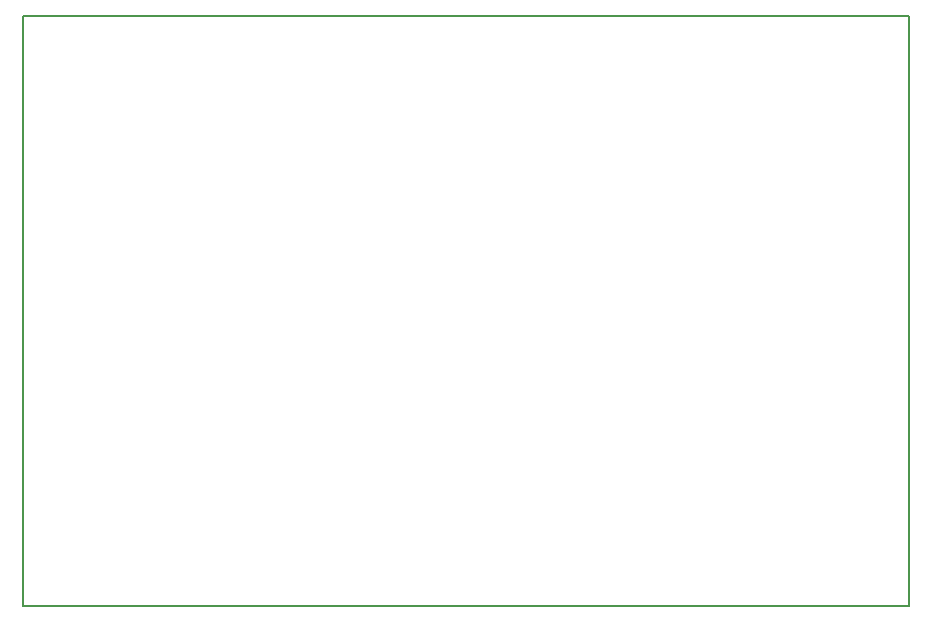
<source format=gbr>
%TF.GenerationSoftware,KiCad,Pcbnew,(5.0.0)*%
%TF.CreationDate,2018-12-15T00:11:35+01:00*%
%TF.ProjectId,high-voltage_driver_V1.0,686967682D766F6C746167655F647269,1.0*%
%TF.SameCoordinates,PXfbec30PYfbec30*%
%TF.FileFunction,Legend,Bot*%
%TF.FilePolarity,Positive*%
%FSLAX46Y46*%
G04 Gerber Fmt 4.6, Leading zero omitted, Abs format (unit mm)*
G04 Created by KiCad (PCBNEW (5.0.0)) date 12/15/18 00:11:35*
%MOMM*%
%LPD*%
G01*
G04 APERTURE LIST*
%ADD10C,0.150000*%
G04 APERTURE END LIST*
D10*
X75000000Y-50000000D02*
X0Y-50000000D01*
X75000000Y0D02*
X75000000Y-50000000D01*
X0Y0D02*
X0Y-50000000D01*
X0Y0D02*
X75000000Y0D01*
M02*

</source>
